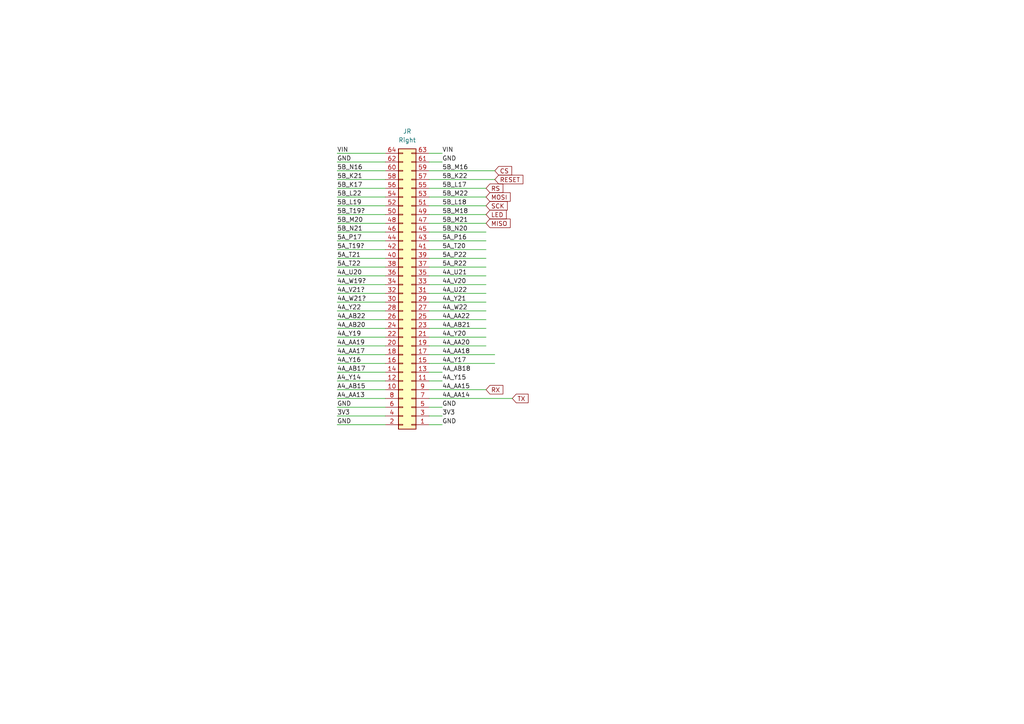
<source format=kicad_sch>
(kicad_sch (version 20211123) (generator eeschema)
  (paper "A4")
  (lib_symbols
    (symbol "Connector_Generic:Conn_02x32_Odd_Even" (pin_names (offset 1.016) hide)
      (property "Reference" "J" (at 1.27 40.64 0))
      (property "Value" "Conn_02x32_Odd_Even" (at 1.27 -43.18 0))
      (symbol "Conn_02x32_Odd_Even_1_1"
        (rectangle (start -1.27 -40.513) (end 0 -40.767) (stroke (width 0.1524)))
        (rectangle (start -1.27 -37.973) (end 0 -38.227) (stroke (width 0.1524)))
        (rectangle (start -1.27 -35.433) (end 0 -35.687) (stroke (width 0.1524)))
        (rectangle (start -1.27 -32.893) (end 0 -33.147) (stroke (width 0.1524)))
        (rectangle (start -1.27 -30.353) (end 0 -30.607) (stroke (width 0.1524)))
        (rectangle (start -1.27 -27.813) (end 0 -28.067) (stroke (width 0.1524)))
        (rectangle (start -1.27 -25.273) (end 0 -25.527) (stroke (width 0.1524)))
        (rectangle (start -1.27 -22.733) (end 0 -22.987) (stroke (width 0.1524)))
        (rectangle (start -1.27 -20.193) (end 0 -20.447) (stroke (width 0.1524)))
        (rectangle (start -1.27 -17.653) (end 0 -17.907) (stroke (width 0.1524)))
        (rectangle (start -1.27 -15.113) (end 0 -15.367) (stroke (width 0.1524)))
        (rectangle (start -1.27 -12.573) (end 0 -12.827) (stroke (width 0.1524)))
        (rectangle (start -1.27 -10.033) (end 0 -10.287) (stroke (width 0.1524)))
        (rectangle (start -1.27 -7.493) (end 0 -7.747) (stroke (width 0.1524)))
        (rectangle (start -1.27 -4.953) (end 0 -5.207) (stroke (width 0.1524)))
        (rectangle (start -1.27 -2.413) (end 0 -2.667) (stroke (width 0.1524)))
        (rectangle (start -1.27 0.127) (end 0 -0.127) (stroke (width 0.1524)))
        (rectangle (start -1.27 2.667) (end 0 2.413) (stroke (width 0.1524)))
        (rectangle (start -1.27 5.207) (end 0 4.953) (stroke (width 0.1524)))
        (rectangle (start -1.27 7.747) (end 0 7.493) (stroke (width 0.1524)))
        (rectangle (start -1.27 10.287) (end 0 10.033) (stroke (width 0.1524)))
        (rectangle (start -1.27 12.827) (end 0 12.573) (stroke (width 0.1524)))
        (rectangle (start -1.27 15.367) (end 0 15.113) (stroke (width 0.1524)))
        (rectangle (start -1.27 17.907) (end 0 17.653) (stroke (width 0.1524)))
        (rectangle (start -1.27 20.447) (end 0 20.193) (stroke (width 0.1524)))
        (rectangle (start -1.27 22.987) (end 0 22.733) (stroke (width 0.1524)))
        (rectangle (start -1.27 25.527) (end 0 25.273) (stroke (width 0.1524)))
        (rectangle (start -1.27 28.067) (end 0 27.813) (stroke (width 0.1524)))
        (rectangle (start -1.27 30.607) (end 0 30.353) (stroke (width 0.1524)))
        (rectangle (start -1.27 33.147) (end 0 32.893) (stroke (width 0.1524)))
        (rectangle (start -1.27 35.687) (end 0 35.433) (stroke (width 0.1524)))
        (rectangle (start -1.27 38.227) (end 0 37.973) (stroke (width 0.1524)))
        (rectangle (start -1.27 39.37) (end 3.81 -41.91) (stroke (width 0.254)) (fill (type background)))
        (rectangle (start 3.81 -40.513) (end 2.54 -40.767) (stroke (width 0.1524)))
        (rectangle (start 3.81 -37.973) (end 2.54 -38.227) (stroke (width 0.1524)))
        (rectangle (start 3.81 -35.433) (end 2.54 -35.687) (stroke (width 0.1524)))
        (rectangle (start 3.81 -32.893) (end 2.54 -33.147) (stroke (width 0.1524)))
        (rectangle (start 3.81 -30.353) (end 2.54 -30.607) (stroke (width 0.1524)))
        (rectangle (start 3.81 -27.813) (end 2.54 -28.067) (stroke (width 0.1524)))
        (rectangle (start 3.81 -25.273) (end 2.54 -25.527) (stroke (width 0.1524)))
        (rectangle (start 3.81 -22.733) (end 2.54 -22.987) (stroke (width 0.1524)))
        (rectangle (start 3.81 -20.193) (end 2.54 -20.447) (stroke (width 0.1524)))
        (rectangle (start 3.81 -17.653) (end 2.54 -17.907) (stroke (width 0.1524)))
        (rectangle (start 3.81 -15.113) (end 2.54 -15.367) (stroke (width 0.1524)))
        (rectangle (start 3.81 -12.573) (end 2.54 -12.827) (stroke (width 0.1524)))
        (rectangle (start 3.81 -10.033) (end 2.54 -10.287) (stroke (width 0.1524)))
        (rectangle (start 3.81 -7.493) (end 2.54 -7.747) (stroke (width 0.1524)))
        (rectangle (start 3.81 -4.953) (end 2.54 -5.207) (stroke (width 0.1524)))
        (rectangle (start 3.81 -2.413) (end 2.54 -2.667) (stroke (width 0.1524)))
        (rectangle (start 3.81 0.127) (end 2.54 -0.127) (stroke (width 0.1524)))
        (rectangle (start 3.81 2.667) (end 2.54 2.413) (stroke (width 0.1524)))
        (rectangle (start 3.81 5.207) (end 2.54 4.953) (stroke (width 0.1524)))
        (rectangle (start 3.81 7.747) (end 2.54 7.493) (stroke (width 0.1524)))
        (rectangle (start 3.81 10.287) (end 2.54 10.033) (stroke (width 0.1524)))
        (rectangle (start 3.81 12.827) (end 2.54 12.573) (stroke (width 0.1524)))
        (rectangle (start 3.81 15.367) (end 2.54 15.113) (stroke (width 0.1524)))
        (rectangle (start 3.81 17.907) (end 2.54 17.653) (stroke (width 0.1524)))
        (rectangle (start 3.81 20.447) (end 2.54 20.193) (stroke (width 0.1524)))
        (rectangle (start 3.81 22.987) (end 2.54 22.733) (stroke (width 0.1524)))
        (rectangle (start 3.81 25.527) (end 2.54 25.273) (stroke (width 0.1524)))
        (rectangle (start 3.81 28.067) (end 2.54 27.813) (stroke (width 0.1524)))
        (rectangle (start 3.81 30.607) (end 2.54 30.353) (stroke (width 0.1524)))
        (rectangle (start 3.81 33.147) (end 2.54 32.893) (stroke (width 0.1524)))
        (rectangle (start 3.81 35.687) (end 2.54 35.433) (stroke (width 0.1524)))
        (rectangle (start 3.81 38.227) (end 2.54 37.973) (stroke (width 0.1524)))
        (pin passive line (at -5.08 38.1 0) (length 3.81) (name "Pin_1") (number "1"))
        (pin passive line (at 7.62 27.94 180) (length 3.81) (name "Pin_10") (number "10"))
        (pin passive line (at -5.08 25.4 0) (length 3.81) (name "Pin_11") (number "11"))
        (pin passive line (at 7.62 25.4 180) (length 3.81) (name "Pin_12") (number "12"))
        (pin passive line (at -5.08 22.86 0) (length 3.81) (name "Pin_13") (number "13"))
        (pin passive line (at 7.62 22.86 180) (length 3.81) (name "Pin_14") (number "14"))
        (pin passive line (at -5.08 20.32 0) (length 3.81) (name "Pin_15") (number "15"))
        (pin passive line (at 7.62 20.32 180) (length 3.81) (name "Pin_16") (number "16"))
        (pin passive line (at -5.08 17.78 0) (length 3.81) (name "Pin_17") (number "17"))
        (pin passive line (at 7.62 17.78 180) (length 3.81) (name "Pin_18") (number "18"))
        (pin passive line (at -5.08 15.24 0) (length 3.81) (name "Pin_19") (number "19"))
        (pin passive line (at 7.62 38.1 180) (length 3.81) (name "Pin_2") (number "2"))
        (pin passive line (at 7.62 15.24 180) (length 3.81) (name "Pin_20") (number "20"))
        (pin passive line (at -5.08 12.7 0) (length 3.81) (name "Pin_21") (number "21"))
        (pin passive line (at 7.62 12.7 180) (length 3.81) (name "Pin_22") (number "22"))
        (pin passive line (at -5.08 10.16 0) (length 3.81) (name "Pin_23") (number "23"))
        (pin passive line (at 7.62 10.16 180) (length 3.81) (name "Pin_24") (number "24"))
        (pin passive line (at -5.08 7.62 0) (length 3.81) (name "Pin_25") (number "25"))
        (pin passive line (at 7.62 7.62 180) (length 3.81) (name "Pin_26") (number "26"))
        (pin passive line (at -5.08 5.08 0) (length 3.81) (name "Pin_27") (number "27"))
        (pin passive line (at 7.62 5.08 180) (length 3.81) (name "Pin_28") (number "28"))
        (pin passive line (at -5.08 2.54 0) (length 3.81) (name "Pin_29") (number "29"))
        (pin passive line (at -5.08 35.56 0) (length 3.81) (name "Pin_3") (number "3"))
        (pin passive line (at 7.62 2.54 180) (length 3.81) (name "Pin_30") (number "30"))
        (pin passive line (at -5.08 0 0) (length 3.81) (name "Pin_31") (number "31"))
        (pin passive line (at 7.62 0 180) (length 3.81) (name "Pin_32") (number "32"))
        (pin passive line (at -5.08 -2.54 0) (length 3.81) (name "Pin_33") (number "33"))
        (pin passive line (at 7.62 -2.54 180) (length 3.81) (name "Pin_34") (number "34"))
        (pin passive line (at -5.08 -5.08 0) (length 3.81) (name "Pin_35") (number "35"))
        (pin passive line (at 7.62 -5.08 180) (length 3.81) (name "Pin_36") (number "36"))
        (pin passive line (at -5.08 -7.62 0) (length 3.81) (name "Pin_37") (number "37"))
        (pin passive line (at 7.62 -7.62 180) (length 3.81) (name "Pin_38") (number "38"))
        (pin passive line (at -5.08 -10.16 0) (length 3.81) (name "Pin_39") (number "39"))
        (pin passive line (at 7.62 35.56 180) (length 3.81) (name "Pin_4") (number "4"))
        (pin passive line (at 7.62 -10.16 180) (length 3.81) (name "Pin_40") (number "40"))
        (pin passive line (at -5.08 -12.7 0) (length 3.81) (name "Pin_41") (number "41"))
        (pin passive line (at 7.62 -12.7 180) (length 3.81) (name "Pin_42") (number "42"))
        (pin passive line (at -5.08 -15.24 0) (length 3.81) (name "Pin_43") (number "43"))
        (pin passive line (at 7.62 -15.24 180) (length 3.81) (name "Pin_44") (number "44"))
        (pin passive line (at -5.08 -17.78 0) (length 3.81) (name "Pin_45") (number "45"))
        (pin passive line (at 7.62 -17.78 180) (length 3.81) (name "Pin_46") (number "46"))
        (pin passive line (at -5.08 -20.32 0) (length 3.81) (name "Pin_47") (number "47"))
        (pin passive line (at 7.62 -20.32 180) (length 3.81) (name "Pin_48") (number "48"))
        (pin passive line (at -5.08 -22.86 0) (length 3.81) (name "Pin_49") (number "49"))
        (pin passive line (at -5.08 33.02 0) (length 3.81) (name "Pin_5") (number "5"))
        (pin passive line (at 7.62 -22.86 180) (length 3.81) (name "Pin_50") (number "50"))
        (pin passive line (at -5.08 -25.4 0) (length 3.81) (name "Pin_51") (number "51"))
        (pin passive line (at 7.62 -25.4 180) (length 3.81) (name "Pin_52") (number "52"))
        (pin passive line (at -5.08 -27.94 0) (length 3.81) (name "Pin_53") (number "53"))
        (pin passive line (at 7.62 -27.94 180) (length 3.81) (name "Pin_54") (number "54"))
        (pin passive line (at -5.08 -30.48 0) (length 3.81) (name "Pin_55") (number "55"))
        (pin passive line (at 7.62 -30.48 180) (length 3.81) (name "Pin_56") (number "56"))
        (pin passive line (at -5.08 -33.02 0) (length 3.81) (name "Pin_57") (number "57"))
        (pin passive line (at 7.62 -33.02 180) (length 3.81) (name "Pin_58") (number "58"))
        (pin passive line (at -5.08 -35.56 0) (length 3.81) (name "Pin_59") (number "59"))
        (pin passive line (at 7.62 33.02 180) (length 3.81) (name "Pin_6") (number "6"))
        (pin passive line (at 7.62 -35.56 180) (length 3.81) (name "Pin_60") (number "60"))
        (pin passive line (at -5.08 -38.1 0) (length 3.81) (name "Pin_61") (number "61"))
        (pin passive line (at 7.62 -38.1 180) (length 3.81) (name "Pin_62") (number "62"))
        (pin passive line (at -5.08 -40.64 0) (length 3.81) (name "Pin_63") (number "63"))
        (pin passive line (at 7.62 -40.64 180) (length 3.81) (name "Pin_64") (number "64"))
        (pin passive line (at -5.08 30.48 0) (length 3.81) (name "Pin_7") (number "7"))
        (pin passive line (at 7.62 30.48 180) (length 3.81) (name "Pin_8") (number "8"))
        (pin passive line (at -5.08 27.94 0) (length 3.81) (name "Pin_9") (number "9"))
      )
    )
  )
  (wire (pts (xy 124.46 115.57) (xy 148.59 115.57)))
  (wire (pts (xy 97.79 57.15) (xy 111.76 57.15)))
  (wire (pts (xy 97.79 67.31) (xy 111.76 67.31)))
  (wire (pts (xy 124.46 95.25) (xy 140.97 95.25)))
  (wire (pts (xy 124.46 69.85) (xy 140.97 69.85)))
  (wire (pts (xy 97.79 97.79) (xy 111.76 97.79)))
  (wire (pts (xy 124.46 46.99) (xy 128.27 46.99)))
  (wire (pts (xy 124.46 74.93) (xy 140.97 74.93)))
  (wire (pts (xy 97.79 90.17) (xy 111.76 90.17)))
  (wire (pts (xy 97.79 52.07) (xy 111.76 52.07)))
  (wire (pts (xy 97.79 82.55) (xy 111.76 82.55)))
  (wire (pts (xy 97.79 102.87) (xy 111.76 102.87)))
  (wire (pts (xy 124.46 90.17) (xy 140.97 90.17)))
  (wire (pts (xy 124.46 100.33) (xy 140.97 100.33)))
  (wire (pts (xy 124.46 59.69) (xy 140.97 59.69)))
  (wire (pts (xy 124.46 118.11) (xy 128.27 118.11)))
  (wire (pts (xy 97.79 120.65) (xy 111.76 120.65)))
  (wire (pts (xy 124.46 105.41) (xy 143.51 105.41)))
  (wire (pts (xy 97.79 74.93) (xy 111.76 74.93)))
  (wire (pts (xy 124.46 64.77) (xy 140.97 64.77)))
  (wire (pts (xy 97.79 72.39) (xy 111.76 72.39)))
  (wire (pts (xy 124.46 67.31) (xy 140.97 67.31)))
  (wire (pts (xy 97.79 54.61) (xy 111.76 54.61)))
  (wire (pts (xy 124.46 97.79) (xy 140.97 97.79)))
  (wire (pts (xy 124.46 120.65) (xy 128.27 120.65)))
  (wire (pts (xy 97.79 87.63) (xy 111.76 87.63)))
  (wire (pts (xy 97.79 118.11) (xy 111.76 118.11)))
  (wire (pts (xy 97.79 105.41) (xy 111.76 105.41)))
  (wire (pts (xy 124.46 72.39) (xy 140.97 72.39)))
  (wire (pts (xy 97.79 123.19) (xy 111.76 123.19)))
  (wire (pts (xy 97.79 107.95) (xy 111.76 107.95)))
  (wire (pts (xy 124.46 85.09) (xy 140.97 85.09)))
  (wire (pts (xy 124.46 44.45) (xy 128.27 44.45)))
  (wire (pts (xy 124.46 49.53) (xy 143.51 49.53)))
  (wire (pts (xy 97.79 115.57) (xy 111.76 115.57)))
  (wire (pts (xy 124.46 80.01) (xy 140.97 80.01)))
  (wire (pts (xy 97.79 100.33) (xy 111.76 100.33)))
  (wire (pts (xy 97.79 69.85) (xy 111.76 69.85)))
  (wire (pts (xy 97.79 64.77) (xy 111.76 64.77)))
  (wire (pts (xy 124.46 62.23) (xy 140.97 62.23)))
  (wire (pts (xy 97.79 95.25) (xy 111.76 95.25)))
  (wire (pts (xy 97.79 49.53) (xy 111.76 49.53)))
  (wire (pts (xy 124.46 107.95) (xy 128.27 107.95)))
  (wire (pts (xy 124.46 113.03) (xy 140.97 113.03)))
  (wire (pts (xy 97.79 46.99) (xy 111.76 46.99)))
  (wire (pts (xy 124.46 110.49) (xy 128.27 110.49)))
  (wire (pts (xy 97.79 62.23) (xy 111.76 62.23)))
  (wire (pts (xy 97.79 110.49) (xy 111.76 110.49)))
  (wire (pts (xy 97.79 44.45) (xy 111.76 44.45)))
  (wire (pts (xy 124.46 52.07) (xy 143.51 52.07)))
  (wire (pts (xy 124.46 92.71) (xy 140.97 92.71)))
  (wire (pts (xy 97.79 80.01) (xy 111.76 80.01)))
  (wire (pts (xy 124.46 87.63) (xy 140.97 87.63)))
  (wire (pts (xy 124.46 82.55) (xy 140.97 82.55)))
  (wire (pts (xy 124.46 123.19) (xy 128.27 123.19)))
  (wire (pts (xy 97.79 59.69) (xy 111.76 59.69)))
  (wire (pts (xy 124.46 77.47) (xy 140.97 77.47)))
  (wire (pts (xy 97.79 92.71) (xy 111.76 92.71)))
  (wire (pts (xy 124.46 57.15) (xy 140.97 57.15)))
  (wire (pts (xy 97.79 113.03) (xy 111.76 113.03)))
  (wire (pts (xy 124.46 102.87) (xy 143.51 102.87)))
  (wire (pts (xy 97.79 85.09) (xy 111.76 85.09)))
  (wire (pts (xy 97.79 77.47) (xy 111.76 77.47)))
  (wire (pts (xy 124.46 54.61) (xy 140.97 54.61)))
  (label "5B_K21" (at 97.79 52.07 0))
  (label "5B_T19?" (at 97.79 62.23 0))
  (label "GND" (at 97.79 46.99 0))
  (label "4A_AA22" (at 128.27 92.71 0))
  (label "4A_Y20" (at 128.27 97.79 0))
  (label "5A_T21" (at 97.79 74.93 0))
  (label "4A_V20" (at 128.27 82.55 0))
  (label "GND" (at 97.79 118.11 0))
  (label "5A_P22" (at 128.27 74.93 0))
  (label "5B_L17" (at 128.27 54.61 0))
  (label "4A_AA15" (at 128.27 113.03 0))
  (label "5B_N21" (at 97.79 67.31 0))
  (label "4A_W22" (at 128.27 90.17 0))
  (label "A4_AA13" (at 97.79 115.57 0))
  (label "VIN" (at 97.79 44.45 0))
  (label "5B_N20" (at 128.27 67.31 0))
  (label "4A_AA19" (at 97.79 100.33 0))
  (label "VIN" (at 128.27 44.45 0))
  (label "5A_P17" (at 97.79 69.85 0))
  (label "4A_Y17" (at 128.27 105.41 0))
  (label "4A_Y22" (at 97.79 90.17 0))
  (label "4A_AA20" (at 128.27 100.33 0))
  (label "4A_AA18" (at 128.27 102.87 0))
  (label "4A_AA14" (at 128.27 115.57 0))
  (label "4A_AB17" (at 97.79 107.95 0))
  (label "4A_AB18" (at 128.27 107.95 0))
  (label "5B_M20" (at 97.79 64.77 0))
  (label "5A_T22" (at 97.79 77.47 0))
  (label "4A_AB20" (at 97.79 95.25 0))
  (label "4A_V21?" (at 97.79 85.09 0))
  (label "5B_K22" (at 128.27 52.07 0))
  (label "GND" (at 128.27 123.19 0))
  (label "4A_Y21" (at 128.27 87.63 0))
  (label "5B_M16" (at 128.27 49.53 0))
  (label "GND" (at 128.27 118.11 0))
  (label "4A_Y19" (at 97.79 97.79 0))
  (label "A4_Y14" (at 97.79 110.49 0))
  (label "4A_AB21" (at 128.27 95.25 0))
  (label "4A_Y16" (at 97.79 105.41 0))
  (label "5B_K17" (at 97.79 54.61 0))
  (label "5A_R22" (at 128.27 77.47 0))
  (label "5B_L18" (at 128.27 59.69 0))
  (label "4A_W19?" (at 97.79 82.55 0))
  (label "4A_AB22" (at 97.79 92.71 0))
  (label "GND" (at 97.79 123.19 0))
  (label "5B_L22" (at 97.79 57.15 0))
  (label "5B_M22" (at 128.27 57.15 0))
  (label "5A_T19?" (at 97.79 72.39 0))
  (label "3V3" (at 97.79 120.65 0))
  (label "5A_P16" (at 128.27 69.85 0))
  (label "GND" (at 128.27 46.99 0))
  (label "4A_W21?" (at 97.79 87.63 0))
  (label "4A_U21" (at 128.27 80.01 0))
  (label "5B_M21" (at 128.27 64.77 0))
  (label "3V3" (at 128.27 120.65 0))
  (label "5B_L19" (at 97.79 59.69 0))
  (label "5B_M18" (at 128.27 62.23 0))
  (label "5B_N16" (at 97.79 49.53 0))
  (label "4A_AA17" (at 97.79 102.87 0))
  (label "4A_U20" (at 97.79 80.01 0))
  (label "A4_AB15" (at 97.79 113.03 0))
  (label "5A_T20" (at 128.27 72.39 0))
  (label "4A_U22" (at 128.27 85.09 0))
  (label "4A_Y15" (at 128.27 110.49 0))
  (global_label "MISO" (shape input) (at 140.97 64.77 0) (property "Intersheet References" "${INTERSHEET_REFS}" (effects hide)))
  (global_label "CS" (shape input) (at 143.51 49.53 0) (property "Intersheet References" "${INTERSHEET_REFS}" (effects hide)))
  (global_label "TX" (shape input) (at 148.59 115.57 0) (property "Intersheet References" "${INTERSHEET_REFS}" (effects hide)))
  (global_label "RS" (shape input) (at 140.97 54.61 0) (property "Intersheet References" "${INTERSHEET_REFS}" (effects hide)))
  (global_label "SCK" (shape input) (at 140.97 59.69 0) (property "Intersheet References" "${INTERSHEET_REFS}" (effects hide)))
  (global_label "RESET" (shape input) (at 143.51 52.07 0) (property "Intersheet References" "${INTERSHEET_REFS}" (effects hide)))
  (global_label "MOSI" (shape input) (at 140.97 57.15 0) (property "Intersheet References" "${INTERSHEET_REFS}" (effects hide)))
  (global_label "RX" (shape input) (at 140.97 113.03 0) (property "Intersheet References" "${INTERSHEET_REFS}" (effects hide)))
  (global_label "LED" (shape input) (at 140.97 62.23 0) (property "Intersheet References" "${INTERSHEET_REFS}" (effects hide)))
  (symbol (lib_id "Connector_Generic:Conn_02x32_Odd_Even") (at 119.38 85.09 180) (unit 1)
    (property "Reference" "JR" (at 118.11 38.1 0))
    (property "Value" "Right" (at 118.11 40.64 0))
  )
)
</source>
